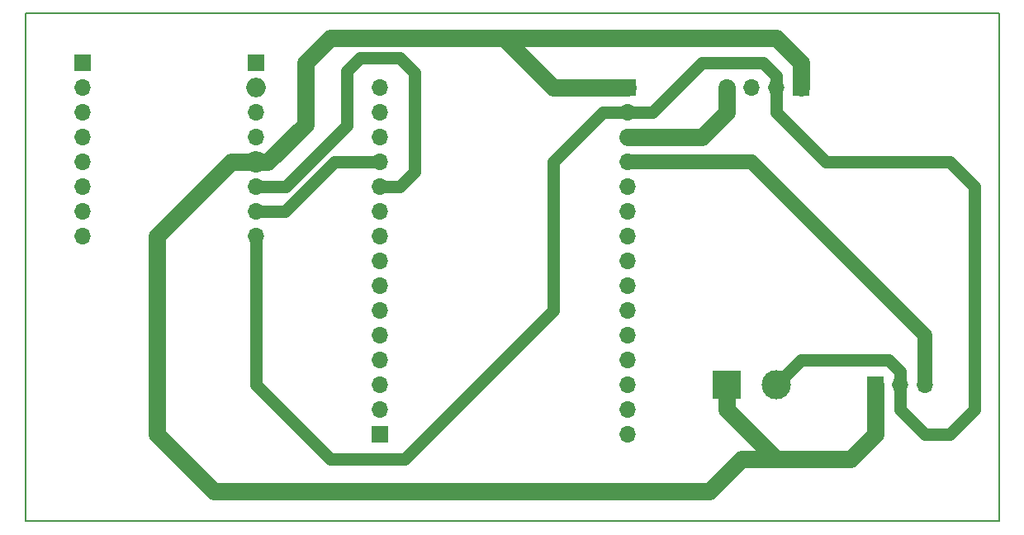
<source format=gbr>
%TF.GenerationSoftware,KiCad,Pcbnew,7.0.1*%
%TF.CreationDate,2023-10-17T18:06:19-03:00*%
%TF.ProjectId,placa simi esp,706c6163-6120-4736-996d-69206573702e,rev?*%
%TF.SameCoordinates,Original*%
%TF.FileFunction,Copper,L2,Bot*%
%TF.FilePolarity,Positive*%
%FSLAX46Y46*%
G04 Gerber Fmt 4.6, Leading zero omitted, Abs format (unit mm)*
G04 Created by KiCad (PCBNEW 7.0.1) date 2023-10-17 18:06:19*
%MOMM*%
%LPD*%
G01*
G04 APERTURE LIST*
%TA.AperFunction,NonConductor*%
%ADD10C,0.200000*%
%TD*%
%TA.AperFunction,ComponentPad*%
%ADD11R,1.700000X1.700000*%
%TD*%
%TA.AperFunction,ComponentPad*%
%ADD12O,2.000000X2.000000*%
%TD*%
%TA.AperFunction,ComponentPad*%
%ADD13O,1.700000X1.700000*%
%TD*%
%TA.AperFunction,ComponentPad*%
%ADD14O,2.200000X2.200000*%
%TD*%
%TA.AperFunction,ComponentPad*%
%ADD15C,3.000000*%
%TD*%
%TA.AperFunction,ComponentPad*%
%ADD16R,3.000000X3.000000*%
%TD*%
%TA.AperFunction,Conductor*%
%ADD17C,1.750000*%
%TD*%
%TA.AperFunction,Conductor*%
%ADD18C,1.250000*%
%TD*%
%TA.AperFunction,Conductor*%
%ADD19C,1.500000*%
%TD*%
G04 APERTURE END LIST*
D10*
X77978000Y-71120000D02*
X177800000Y-71120000D01*
X177800000Y-123190000D01*
X77978000Y-123190000D01*
X77978000Y-71120000D01*
D11*
%TO.P,LADO_RX_TX1,1,Pin_1*%
%TO.N,unconnected-(LADO_RX_TX1-Pin_1-Pad1)*%
X101600000Y-76200000D03*
D12*
%TO.P,LADO_RX_TX1,2,Pin_2*%
%TO.N,unconnected-(LADO_RX_TX1-Pin_2-Pad2)*%
X101600000Y-78740000D03*
D13*
%TO.P,LADO_RX_TX1,3,Pin_3*%
%TO.N,unconnected-(LADO_RX_TX1-Pin_3-Pad3)*%
X101600000Y-81280000D03*
%TO.P,LADO_RX_TX1,4,Pin_4*%
%TO.N,unconnected-(LADO_RX_TX1-Pin_4-Pad4)*%
X101600000Y-83820000D03*
D14*
%TO.P,LADO_RX_TX1,5,Pin_5*%
%TO.N,/5V*%
X101600000Y-86360000D03*
D13*
%TO.P,LADO_RX_TX1,6,Pin_6*%
%TO.N,/TX*%
X101600000Y-88900000D03*
%TO.P,LADO_RX_TX1,7,Pin_7*%
%TO.N,/RX*%
X101600000Y-91440000D03*
%TO.P,LADO_RX_TX1,8,Pin_8*%
%TO.N,GND*%
X101600000Y-93980000D03*
%TD*%
D11*
%TO.P,LADO_ANTENA1,1,Pin_1*%
%TO.N,unconnected-(LADO_ANTENA1-Pin_1-Pad1)*%
X83820000Y-76200000D03*
D13*
%TO.P,LADO_ANTENA1,2,Pin_2*%
%TO.N,unconnected-(LADO_ANTENA1-Pin_2-Pad2)*%
X83820000Y-78740000D03*
%TO.P,LADO_ANTENA1,3,Pin_3*%
%TO.N,unconnected-(LADO_ANTENA1-Pin_3-Pad3)*%
X83820000Y-81280000D03*
%TO.P,LADO_ANTENA1,4,Pin_4*%
%TO.N,unconnected-(LADO_ANTENA1-Pin_4-Pad4)*%
X83820000Y-83820000D03*
%TO.P,LADO_ANTENA1,5,Pin_5*%
%TO.N,unconnected-(LADO_ANTENA1-Pin_5-Pad5)*%
X83820000Y-86360000D03*
%TO.P,LADO_ANTENA1,6,Pin_6*%
%TO.N,unconnected-(LADO_ANTENA1-Pin_6-Pad6)*%
X83820000Y-88900000D03*
%TO.P,LADO_ANTENA1,7,Pin_7*%
%TO.N,unconnected-(LADO_ANTENA1-Pin_7-Pad7)*%
X83820000Y-91440000D03*
%TO.P,LADO_ANTENA1,8,Pin_8*%
%TO.N,unconnected-(LADO_ANTENA1-Pin_8-Pad8)*%
X83820000Y-93980000D03*
%TD*%
D15*
%TO.P,FONTE1,2,Pin_2*%
%TO.N,GND*%
X154940000Y-109220000D03*
D16*
%TO.P,FONTE1,1,Pin_1*%
%TO.N,/5V*%
X149860000Y-109220000D03*
%TD*%
D11*
%TO.P,ESP32ESQ1,1,Pin_1*%
%TO.N,/5V*%
X139700000Y-78740000D03*
D13*
%TO.P,ESP32ESQ1,2,Pin_2*%
%TO.N,GND*%
X139700000Y-81280000D03*
%TO.P,ESP32ESQ1,3,Pin_3*%
%TO.N,/A0*%
X139700000Y-83820000D03*
%TO.P,ESP32ESQ1,4,Pin_4*%
%TO.N,/D1*%
X139700000Y-86360000D03*
%TO.P,ESP32ESQ1,5,Pin_5*%
%TO.N,unconnected-(ESP32ESQ1-Pin_5-Pad5)*%
X139700000Y-88900000D03*
%TO.P,ESP32ESQ1,6,Pin_6*%
%TO.N,unconnected-(ESP32ESQ1-Pin_6-Pad6)*%
X139700000Y-91440000D03*
%TO.P,ESP32ESQ1,7,Pin_7*%
%TO.N,unconnected-(ESP32ESQ1-Pin_7-Pad7)*%
X139700000Y-93980000D03*
%TO.P,ESP32ESQ1,8,Pin_8*%
%TO.N,unconnected-(ESP32ESQ1-Pin_8-Pad8)*%
X139700000Y-96520000D03*
%TO.P,ESP32ESQ1,9,Pin_9*%
%TO.N,unconnected-(ESP32ESQ1-Pin_9-Pad9)*%
X139700000Y-99060000D03*
%TO.P,ESP32ESQ1,10,Pin_10*%
%TO.N,unconnected-(ESP32ESQ1-Pin_10-Pad10)*%
X139700000Y-101600000D03*
%TO.P,ESP32ESQ1,11,Pin_11*%
%TO.N,unconnected-(ESP32ESQ1-Pin_11-Pad11)*%
X139700000Y-104140000D03*
%TO.P,ESP32ESQ1,12,Pin_12*%
%TO.N,unconnected-(ESP32ESQ1-Pin_12-Pad12)*%
X139700000Y-106680000D03*
%TO.P,ESP32ESQ1,13,Pin_13*%
%TO.N,unconnected-(ESP32ESQ1-Pin_13-Pad13)*%
X139700000Y-109220000D03*
%TO.P,ESP32ESQ1,14,Pin_14*%
%TO.N,unconnected-(ESP32ESQ1-Pin_14-Pad14)*%
X139700000Y-111760000D03*
%TO.P,ESP32ESQ1,15,Pin_15*%
%TO.N,unconnected-(ESP32ESQ1-Pin_15-Pad15)*%
X139700000Y-114300000D03*
%TD*%
D11*
%TO.P,ESP32DIR1,1,Pin_1*%
%TO.N,unconnected-(ESP32DIR1-Pin_1-Pad1)*%
X114300000Y-114270000D03*
D13*
%TO.P,ESP32DIR1,2,Pin_2*%
%TO.N,unconnected-(ESP32DIR1-Pin_2-Pad2)*%
X114300000Y-111730000D03*
%TO.P,ESP32DIR1,3,Pin_3*%
%TO.N,unconnected-(ESP32DIR1-Pin_3-Pad3)*%
X114300000Y-109190000D03*
%TO.P,ESP32DIR1,4,Pin_4*%
%TO.N,unconnected-(ESP32DIR1-Pin_4-Pad4)*%
X114300000Y-106650000D03*
%TO.P,ESP32DIR1,5,Pin_5*%
%TO.N,unconnected-(ESP32DIR1-Pin_5-Pad5)*%
X114300000Y-104110000D03*
%TO.P,ESP32DIR1,6,Pin_6*%
%TO.N,unconnected-(ESP32DIR1-Pin_6-Pad6)*%
X114300000Y-101570000D03*
%TO.P,ESP32DIR1,7,Pin_7*%
%TO.N,unconnected-(ESP32DIR1-Pin_7-Pad7)*%
X114300000Y-99030000D03*
%TO.P,ESP32DIR1,8,Pin_8*%
%TO.N,unconnected-(ESP32DIR1-Pin_8-Pad8)*%
X114300000Y-96490000D03*
%TO.P,ESP32DIR1,9,Pin_9*%
%TO.N,unconnected-(ESP32DIR1-Pin_9-Pad9)*%
X114300000Y-93950000D03*
%TO.P,ESP32DIR1,10,Pin_10*%
%TO.N,unconnected-(ESP32DIR1-Pin_10-Pad10)*%
X114300000Y-91410000D03*
%TO.P,ESP32DIR1,11,Pin_11*%
%TO.N,/TX*%
X114300000Y-88870000D03*
%TO.P,ESP32DIR1,12,Pin_12*%
%TO.N,/RX*%
X114300000Y-86330000D03*
%TO.P,ESP32DIR1,13,Pin_13*%
%TO.N,unconnected-(ESP32DIR1-Pin_13-Pad13)*%
X114300000Y-83790000D03*
%TO.P,ESP32DIR1,14,Pin_14*%
%TO.N,unconnected-(ESP32DIR1-Pin_14-Pad14)*%
X114300000Y-81250000D03*
%TO.P,ESP32DIR1,15,Pin_15*%
%TO.N,unconnected-(ESP32DIR1-Pin_15-Pad15)*%
X114300000Y-78710000D03*
%TD*%
D11*
%TO.P,MQ2,1,Pin_1*%
%TO.N,/5V*%
X157480000Y-78740000D03*
D13*
%TO.P,MQ2,2,Pin_2*%
%TO.N,GND*%
X154940000Y-78740000D03*
%TO.P,MQ2,3,Pin_3*%
%TO.N,unconnected-(MQ2-Pin_3-Pad3)*%
X152400000Y-78740000D03*
%TO.P,MQ2,4,Pin_4*%
%TO.N,/A0*%
X149860000Y-78740000D03*
%TD*%
%TO.P,Chama1,3,Pin_3*%
%TO.N,/D1*%
X170180000Y-109220000D03*
%TO.P,Chama1,2,Pin_2*%
%TO.N,GND*%
X167640000Y-109220000D03*
D11*
%TO.P,Chama1,1,Pin_1*%
%TO.N,/5V*%
X165100000Y-109220000D03*
%TD*%
D17*
%TO.N,/5V*%
X99060000Y-86360000D02*
X101600000Y-86360000D01*
X91440000Y-93980000D02*
X99060000Y-86360000D01*
X91440000Y-114300000D02*
X91440000Y-93980000D01*
X97282000Y-120142000D02*
X91440000Y-114300000D01*
X151384000Y-116840000D02*
X148082000Y-120142000D01*
X154940000Y-116840000D02*
X151384000Y-116840000D01*
X148082000Y-120142000D02*
X97282000Y-120142000D01*
D18*
%TO.N,GND*%
X101600000Y-109220000D02*
X101600000Y-93980000D01*
X109220000Y-116840000D02*
X101600000Y-109220000D01*
X116840000Y-116840000D02*
X109220000Y-116840000D01*
X132080000Y-101600000D02*
X116840000Y-116840000D01*
X132080000Y-86360000D02*
X132080000Y-101600000D01*
X137160000Y-81280000D02*
X132080000Y-86360000D01*
X139700000Y-81280000D02*
X137160000Y-81280000D01*
X152400000Y-76200000D02*
X147320000Y-76200000D01*
X144780000Y-78740000D02*
X142240000Y-81280000D01*
X153602081Y-76200000D02*
X152400000Y-76200000D01*
X147320000Y-76200000D02*
X144780000Y-78740000D01*
X154940000Y-77537919D02*
X153602081Y-76200000D01*
X142240000Y-81280000D02*
X139700000Y-81280000D01*
X154940000Y-78740000D02*
X154940000Y-77537919D01*
X154940000Y-81280000D02*
X154940000Y-78740000D01*
X160020000Y-86360000D02*
X154940000Y-81280000D01*
X172720000Y-86360000D02*
X160020000Y-86360000D01*
X172720000Y-114300000D02*
X175260000Y-111760000D01*
X167640000Y-111760000D02*
X170180000Y-114300000D01*
X170180000Y-114300000D02*
X172720000Y-114300000D01*
X167640000Y-109220000D02*
X167640000Y-111760000D01*
X175260000Y-111760000D02*
X175260000Y-88900000D01*
X175260000Y-88900000D02*
X172720000Y-86360000D01*
D17*
%TO.N,/5V*%
X157480000Y-76200000D02*
X157480000Y-78740000D01*
X154940000Y-73660000D02*
X157480000Y-76200000D01*
X127000000Y-73660000D02*
X154940000Y-73660000D01*
%TO.N,/A0*%
X149860000Y-81280000D02*
X149860000Y-78740000D01*
X147320000Y-83820000D02*
X149860000Y-81280000D01*
X139700000Y-83820000D02*
X147320000Y-83820000D01*
D18*
%TO.N,/TX*%
X104648000Y-88900000D02*
X110950000Y-82598000D01*
%TO.N,/RX*%
X109692874Y-86330000D02*
X104582874Y-91440000D01*
X114300000Y-86330000D02*
X109692874Y-86330000D01*
X104582874Y-91440000D02*
X101600000Y-91440000D01*
D19*
%TO.N,/D1*%
X152400000Y-86360000D02*
X170180000Y-104140000D01*
X170180000Y-104140000D02*
X170180000Y-109220000D01*
X139700000Y-86360000D02*
X152400000Y-86360000D01*
D18*
%TO.N,GND*%
X157480000Y-106680000D02*
X166510000Y-106680000D01*
D17*
%TO.N,/5V*%
X154940000Y-116840000D02*
X162560000Y-116840000D01*
D18*
%TO.N,GND*%
X167640000Y-107810000D02*
X167640000Y-109220000D01*
X166510000Y-106680000D02*
X167640000Y-107810000D01*
X154940000Y-109220000D02*
X157480000Y-106680000D01*
D17*
%TO.N,/5V*%
X109220000Y-73660000D02*
X127000000Y-73660000D01*
X127000000Y-73660000D02*
X132080000Y-78740000D01*
X132080000Y-78740000D02*
X139700000Y-78740000D01*
X106680000Y-82482081D02*
X106680000Y-76200000D01*
X106680000Y-76200000D02*
X109220000Y-73660000D01*
X102802081Y-86360000D02*
X106680000Y-82482081D01*
X101600000Y-86360000D02*
X102802081Y-86360000D01*
X162560000Y-116840000D02*
X165100000Y-114300000D01*
X165100000Y-114300000D02*
X165100000Y-109220000D01*
X149860000Y-111760000D02*
X154940000Y-116840000D01*
X149860000Y-109220000D02*
X149860000Y-111760000D01*
D18*
%TO.N,/TX*%
X117856000Y-87376000D02*
X117856000Y-77216000D01*
X116332000Y-75692000D02*
X112268000Y-75692000D01*
X116362000Y-88870000D02*
X117856000Y-87376000D01*
X110950000Y-77010000D02*
X110950000Y-82598000D01*
X112268000Y-75692000D02*
X110950000Y-77010000D01*
X114300000Y-88870000D02*
X116362000Y-88870000D01*
X117856000Y-77216000D02*
X116332000Y-75692000D01*
X101600000Y-88900000D02*
X104648000Y-88900000D01*
%TD*%
M02*

</source>
